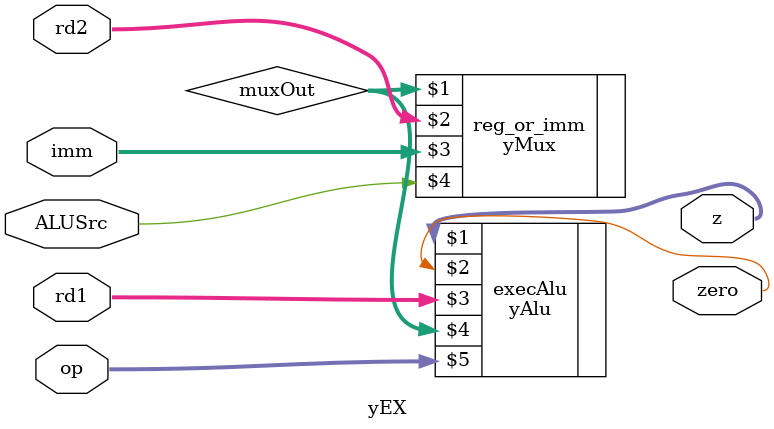
<source format=v>
module yEX(z, zero, rd1, rd2, imm, op, ALUSrc);
    output [31:0] z;
    output zero;
    input [31:0] rd1, rd2, imm;
    input [2:0] op;
    input ALUSrc;
    wire [31:0] muxOut;

    yMux #(32) reg_or_imm(muxOut, rd2, imm, ALUSrc);    //operands are rd1 and either rd2 or imm depending if ALUSrc is 1 or 0
    yAlu execAlu(z, zero, rd1, muxOut, op);     //performs operation depending on op signal
                                                
endmodule
</source>
